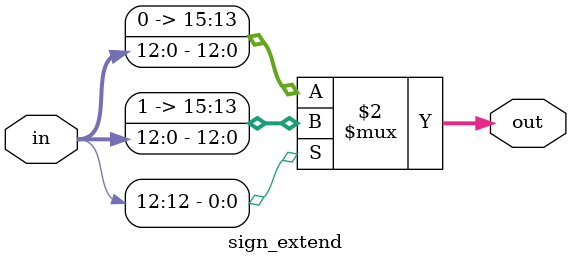
<source format=v>
module sign_extend(in, out);
	input  [12:0] in;
	output [15:0] out;

  assign out = (in[12] == 1'b1) ? {3'b111, in} : {3'b000, in};

endmodule

</source>
